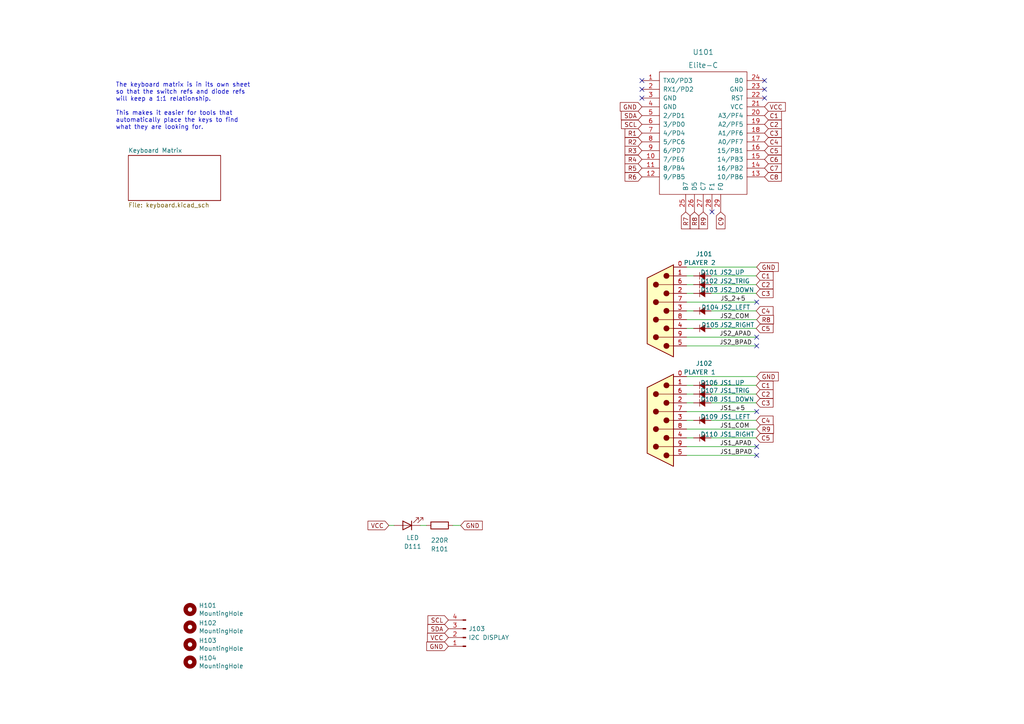
<source format=kicad_sch>
(kicad_sch (version 20211123) (generator eeschema)
  (paper "A4")
  (lib_symbols
    (symbol "Connector:Conn_01x04_Male" (pin_names (offset 1.016) hide)
      (property "Reference" "J" (at 0 5.08 0))
      (property "Value" "Conn_01x04_Male" (at 0 -7.62 0))
      (symbol "Conn_01x04_Male_1_1"
        (polyline (pts (xy 1.27 -5.08) (xy 0.8636 -5.08)) (stroke (width 0.1524)))
        (polyline (pts (xy 1.27 -2.54) (xy 0.8636 -2.54)) (stroke (width 0.1524)))
        (polyline (pts (xy 1.27 0) (xy 0.8636 0)) (stroke (width 0.1524)))
        (polyline (pts (xy 1.27 2.54) (xy 0.8636 2.54)) (stroke (width 0.1524)))
        (rectangle (start 0.8636 -4.953) (end 0 -5.207) (stroke (width 0.1524)) (fill (type outline)))
        (rectangle (start 0.8636 -2.413) (end 0 -2.667) (stroke (width 0.1524)) (fill (type outline)))
        (rectangle (start 0.8636 0.127) (end 0 -0.127) (stroke (width 0.1524)) (fill (type outline)))
        (rectangle (start 0.8636 2.667) (end 0 2.413) (stroke (width 0.1524)) (fill (type outline)))
        (pin passive line (at 5.08 2.54 180) (length 3.81) (name "Pin_1") (number "1"))
        (pin passive line (at 5.08 0 180) (length 3.81) (name "Pin_2") (number "2"))
        (pin passive line (at 5.08 -2.54 180) (length 3.81) (name "Pin_3") (number "3"))
        (pin passive line (at 5.08 -5.08 180) (length 3.81) (name "Pin_4") (number "4"))
      )
    )
    (symbol "Device:LED" (pin_numbers hide) (pin_names (offset 1.016) hide)
      (property "Reference" "D" (at 0 2.54 0))
      (property "Value" "LED" (at 0 -2.54 0))
      (symbol "LED_0_1"
        (polyline (pts (xy -1.27 -1.27) (xy -1.27 1.27)) (stroke (width 0.254)))
        (polyline (pts (xy -1.27 0) (xy 1.27 0)))
        (polyline (pts (xy 1.27 -1.27) (xy 1.27 1.27) (xy -1.27 0) (xy 1.27 -1.27)) (stroke (width 0.254)))
        (polyline (pts (xy -3.048 -0.762) (xy -4.572 -2.286) (xy -3.81 -2.286) (xy -4.572 -2.286) (xy -4.572 -1.524)))
        (polyline (pts (xy -1.778 -0.762) (xy -3.302 -2.286) (xy -2.54 -2.286) (xy -3.302 -2.286) (xy -3.302 -1.524)))
      )
      (symbol "LED_1_1"
        (pin passive line (at -3.81 0 0) (length 2.54) (name "K") (number "1"))
        (pin passive line (at 3.81 0 180) (length 2.54) (name "A") (number "2"))
      )
    )
    (symbol "Device:R" (pin_numbers hide) (pin_names (offset 0))
      (property "Reference" "R" (at 2.032 0 90))
      (property "Value" "R" (at 0 0 90))
      (symbol "R_0_1"
        (rectangle (start -1.016 -2.54) (end 1.016 2.54) (stroke (width 0.254)))
      )
      (symbol "R_1_1"
        (pin passive line (at 0 3.81 270) (length 1.27) (name "~") (number "1"))
        (pin passive line (at 0 -3.81 90) (length 1.27) (name "~") (number "2"))
      )
    )
    (symbol "Mechanical:MountingHole" (pin_names (offset 1.016))
      (property "Reference" "H" (at 0 5.08 0))
      (property "Value" "MountingHole" (at 0 3.175 0))
      (symbol "MountingHole_0_1"
        (circle (center 0 0) (radius 1.27) (stroke (width 1.27)))
      )
    )
    (symbol "atari-keyboard-rescue:D_Small_ALT-Device" (pin_numbers hide) (pin_names (offset 0.254) hide)
      (property "Reference" "D" (at -1.27 2.032 0))
      (property "Value" "D_Small_ALT-Device" (at -3.81 -2.032 0))
      (symbol "D_Small_ALT-Device_0_1"
        (polyline (pts (xy -0.762 -1.016) (xy -0.762 1.016)))
        (polyline (pts (xy -0.762 0) (xy 0.762 0)))
        (polyline (pts (xy 0.762 -1.016) (xy -0.762 0) (xy 0.762 1.016) (xy 0.762 -1.016)) (fill (type outline)))
      )
      (symbol "D_Small_ALT-Device_1_1"
        (pin passive line (at -2.54 0 0) (length 1.778) (name "K") (number "1"))
        (pin passive line (at 2.54 0 180) (length 1.778) (name "A") (number "2"))
      )
    )
    (symbol "jsconnector:DB9_Male" (pin_names (offset 1.016) hide)
      (property "Reference" "J" (at 0 13.97 0))
      (property "Value" "DB9_Male" (at 0 -14.605 0))
      (symbol "DB9_Male_0_1"
        (circle (center -1.778 -10.16) (radius 0.762) (fill (type outline)))
        (circle (center -1.778 -5.08) (radius 0.762) (fill (type outline)))
        (circle (center -1.778 0) (radius 0.762) (fill (type outline)))
        (circle (center -1.778 5.08) (radius 0.762) (fill (type outline)))
        (circle (center -1.778 10.16) (radius 0.762) (fill (type outline)))
        (polyline (pts (xy -3.81 -10.16) (xy -2.54 -10.16)))
        (polyline (pts (xy -3.81 -7.62) (xy 0.508 -7.62)))
        (polyline (pts (xy -3.81 -5.08) (xy -2.54 -5.08)))
        (polyline (pts (xy -3.81 -2.54) (xy 0.508 -2.54)))
        (polyline (pts (xy -3.81 0) (xy -2.54 0)))
        (polyline (pts (xy -3.81 2.54) (xy 0.508 2.54)))
        (polyline (pts (xy -3.81 5.08) (xy -2.54 5.08)))
        (polyline (pts (xy -3.81 7.62) (xy 0.508 7.62)))
        (polyline (pts (xy -3.81 10.16) (xy -2.54 10.16)))
        (polyline (pts (xy -3.81 -13.335) (xy -3.81 13.335) (xy 3.81 9.525) (xy 3.81 -9.525) (xy -3.81 -13.335)) (stroke (width 0.254)) (fill (type background)))
        (circle (center 1.27 -7.62) (radius 0.762) (fill (type outline)))
        (circle (center 1.27 -2.54) (radius 0.762) (fill (type outline)))
        (circle (center 1.27 2.54) (radius 0.762) (fill (type outline)))
        (circle (center 1.27 7.62) (radius 0.762) (fill (type outline)))
      )
      (symbol "DB9_Male_1_1"
        (pin passive line (at -7.62 -12.7 0) (length 3.81) (name "GND") (number "0"))
        (pin passive line (at -7.62 -10.16 0) (length 3.81) (name "1") (number "1"))
        (pin passive line (at -7.62 -5.08 0) (length 3.81) (name "2") (number "2"))
        (pin passive line (at -7.62 0 0) (length 3.81) (name "3") (number "3"))
        (pin passive line (at -7.62 5.08 0) (length 3.81) (name "4") (number "4"))
        (pin passive line (at -7.62 10.16 0) (length 3.81) (name "5") (number "5"))
        (pin passive line (at -7.62 -7.62 0) (length 3.81) (name "6") (number "6"))
        (pin passive line (at -7.62 -2.54 0) (length 3.81) (name "7") (number "7"))
        (pin passive line (at -7.62 2.54 0) (length 3.81) (name "8") (number "8"))
        (pin passive line (at -7.62 7.62 0) (length 3.81) (name "9") (number "9"))
      )
    )
    (symbol "keebio:Elite-C" (pin_names (offset 1.016))
      (property "Reference" "U" (at 0 0 0))
      (property "Value" "Elite-C" (at 0 2.54 0))
      (symbol "Elite-C_0_1"
        (rectangle (start 12.7 -19.05) (end -12.7 16.51))
      )
      (symbol "Elite-C_1_1"
        (pin input line (at -17.78 13.97 0) (length 5.08) (name "TX0/PD3") (number "1"))
        (pin input line (at -17.78 -8.89 0) (length 5.08) (name "7/PE6") (number "10"))
        (pin input line (at -17.78 -11.43 0) (length 5.08) (name "8/PB4") (number "11"))
        (pin input line (at -17.78 -13.97 0) (length 5.08) (name "9/PB5") (number "12"))
        (pin input line (at 17.78 -13.97 180) (length 5.08) (name "10/PB6") (number "13"))
        (pin input line (at 17.78 -11.43 180) (length 5.08) (name "16/PB2") (number "14"))
        (pin input line (at 17.78 -8.89 180) (length 5.08) (name "14/PB3") (number "15"))
        (pin input line (at 17.78 -6.35 180) (length 5.08) (name "15/PB1") (number "16"))
        (pin input line (at 17.78 -3.81 180) (length 5.08) (name "A0/PF7") (number "17"))
        (pin input line (at 17.78 -1.27 180) (length 5.08) (name "A1/PF6") (number "18"))
        (pin input line (at 17.78 1.27 180) (length 5.08) (name "A2/PF5") (number "19"))
        (pin input line (at -17.78 11.43 0) (length 5.08) (name "RX1/PD2") (number "2"))
        (pin input line (at 17.78 3.81 180) (length 5.08) (name "A3/PF4") (number "20"))
        (pin input line (at 17.78 6.35 180) (length 5.08) (name "VCC") (number "21"))
        (pin input line (at 17.78 8.89 180) (length 5.08) (name "RST") (number "22"))
        (pin input line (at 17.78 11.43 180) (length 5.08) (name "GND") (number "23"))
        (pin input line (at 17.78 13.97 180) (length 5.08) (name "B0") (number "24"))
        (pin input line (at -5.08 -24.13 90) (length 5.08) (name "B7") (number "25"))
        (pin input line (at -2.54 -24.13 90) (length 5.08) (name "D5") (number "26"))
        (pin input line (at 0 -24.13 90) (length 5.08) (name "C7") (number "27"))
        (pin input line (at 2.54 -24.13 90) (length 5.08) (name "F1") (number "28"))
        (pin input line (at 5.08 -24.13 90) (length 5.08) (name "F0") (number "29"))
        (pin input line (at -17.78 8.89 0) (length 5.08) (name "GND") (number "3"))
        (pin input line (at -17.78 6.35 0) (length 5.08) (name "GND") (number "4"))
        (pin input line (at -17.78 3.81 0) (length 5.08) (name "2/PD1") (number "5"))
        (pin input line (at -17.78 1.27 0) (length 5.08) (name "3/PD0") (number "6"))
        (pin input line (at -17.78 -1.27 0) (length 5.08) (name "4/PD4") (number "7"))
        (pin input line (at -17.78 -3.81 0) (length 5.08) (name "5/PC6") (number "8"))
        (pin input line (at -17.78 -6.35 0) (length 5.08) (name "6/PD7") (number "9"))
      )
    )
  )
  (no_connect (at 219.456 132.08))
  (no_connect (at 219.456 129.54))
  (no_connect (at 206.502 61.468))
  (no_connect (at 221.742 25.908))
  (no_connect (at 221.742 28.448))
  (no_connect (at 221.742 23.368))
  (no_connect (at 186.182 23.368))
  (no_connect (at 186.182 25.908))
  (no_connect (at 186.182 28.448))
  (no_connect (at 219.456 119.38))
  (no_connect (at 219.456 100.33))
  (no_connect (at 219.456 97.79))
  (no_connect (at 219.456 87.63))
  (wire (pts (xy 206.248 114.3) (xy 219.329 114.3)))
  (wire (pts (xy 199.136 111.76) (xy 201.168 111.76)))
  (wire (pts (xy 199.136 100.33) (xy 219.456 100.33)))
  (wire (pts (xy 206.248 121.92) (xy 219.329 121.92)))
  (wire (pts (xy 199.136 85.09) (xy 201.168 85.09)))
  (wire (pts (xy 199.136 90.17) (xy 201.168 90.17)))
  (wire (pts (xy 199.136 116.84) (xy 201.168 116.84)))
  (wire (pts (xy 206.248 111.76) (xy 219.329 111.76)))
  (wire (pts (xy 199.136 97.79) (xy 219.456 97.79)))
  (wire (pts (xy 199.136 92.71) (xy 219.456 92.71)))
  (wire (pts (xy 199.136 80.01) (xy 201.168 80.01)))
  (wire (pts (xy 199.136 132.08) (xy 219.456 132.08)))
  (wire (pts (xy 114.3 152.4) (xy 112.776 152.4)))
  (wire (pts (xy 199.136 87.63) (xy 219.456 87.63)))
  (wire (pts (xy 206.248 85.09) (xy 219.329 85.09)))
  (wire (pts (xy 206.248 80.01) (xy 219.329 80.01)))
  (wire (pts (xy 199.136 127) (xy 201.168 127)))
  (wire (pts (xy 199.136 124.46) (xy 219.456 124.46)))
  (wire (pts (xy 206.248 90.17) (xy 219.329 90.17)))
  (wire (pts (xy 199.136 82.55) (xy 201.168 82.55)))
  (wire (pts (xy 199.136 77.47) (xy 219.456 77.47)))
  (wire (pts (xy 199.136 121.92) (xy 201.168 121.92)))
  (wire (pts (xy 199.136 95.25) (xy 201.168 95.25)))
  (wire (pts (xy 206.248 82.55) (xy 219.329 82.55)))
  (wire (pts (xy 199.136 129.54) (xy 219.456 129.54)))
  (wire (pts (xy 199.136 109.22) (xy 219.456 109.22)))
  (wire (pts (xy 123.698 152.4) (xy 121.92 152.4)))
  (wire (pts (xy 206.248 95.25) (xy 219.329 95.25)))
  (wire (pts (xy 199.136 119.38) (xy 219.456 119.38)))
  (wire (pts (xy 133.604 152.4) (xy 131.318 152.4)))
  (wire (pts (xy 199.136 114.3) (xy 201.168 114.3)))
  (wire (pts (xy 206.248 116.84) (xy 219.329 116.84)))
  (wire (pts (xy 206.248 127) (xy 219.329 127)))
  (text "The keyboard matrix is in its own sheet\nso that the switch refs and diode refs\nwill keep a 1:1 relationship.\n\nThis makes it easier for tools that\nautomatically place the keys to find \nwhat they are looking for." (at 33.528 37.719 0) (effects (font (size 1.27 1.27)) (justify left bottom)))
  (label "JS1_APAD" (at 208.788 129.54 0))
  (label "JS2_APAD" (at 208.661 97.79 0))
  (label "JS2_BPAD" (at 208.661 100.33 0))
  (label "JS1_COM" (at 208.788 124.46 0))
  (label "JS_2+5" (at 208.915 87.63 0))
  (label "JS2_COM" (at 208.788 92.71 0))
  (label "JS1_+5" (at 208.788 119.38 0))
  (label "JS1_BPAD" (at 208.788 132.08 0))
  (global_label "R5" (shape input) (at 186.182 48.768 180) (property "Intersheet References" "${INTERSHEET_REFS}" (effects hide)))
  (global_label "C3" (shape input) (at 219.329 85.09 0) (property "Intersheet References" "${INTERSHEET_REFS}" (effects hide)))
  (global_label "R8" (shape input) (at 219.456 92.71 0) (property "Intersheet References" "${INTERSHEET_REFS}" (effects hide)))
  (global_label "C3" (shape input) (at 219.329 116.84 0) (property "Intersheet References" "${INTERSHEET_REFS}" (effects hide)))
  (global_label "GND" (shape input) (at 130.048 187.452 180) (property "Intersheet References" "${INTERSHEET_REFS}" (effects hide)))
  (global_label "SCL" (shape input) (at 130.048 179.832 180) (property "Intersheet References" "${INTERSHEET_REFS}" (effects hide)))
  (global_label "C9" (shape input) (at 209.042 61.468 270) (property "Intersheet References" "${INTERSHEET_REFS}" (effects hide)))
  (global_label "VCC" (shape input) (at 221.742 30.988 0) (property "Intersheet References" "${INTERSHEET_REFS}" (effects hide)))
  (global_label "R1" (shape input) (at 186.182 38.608 180) (property "Intersheet References" "${INTERSHEET_REFS}" (effects hide)))
  (global_label "R9" (shape input) (at 203.962 61.468 270) (property "Intersheet References" "${INTERSHEET_REFS}" (effects hide)))
  (global_label "C4" (shape input) (at 221.742 41.148 0) (property "Intersheet References" "${INTERSHEET_REFS}" (effects hide)))
  (global_label "R4" (shape input) (at 186.182 46.228 180) (property "Intersheet References" "${INTERSHEET_REFS}" (effects hide)))
  (global_label "C5" (shape input) (at 219.329 95.25 0) (property "Intersheet References" "${INTERSHEET_REFS}" (effects hide)))
  (global_label "SDA" (shape input) (at 186.182 33.528 180) (property "Intersheet References" "${INTERSHEET_REFS}" (effects hide)))
  (global_label "R9" (shape input) (at 219.456 124.46 0) (property "Intersheet References" "${INTERSHEET_REFS}" (effects hide)))
  (global_label "C6" (shape input) (at 221.742 46.228 0) (property "Intersheet References" "${INTERSHEET_REFS}" (effects hide)))
  (global_label "C4" (shape input) (at 219.329 90.17 0) (property "Intersheet References" "${INTERSHEET_REFS}" (effects hide)))
  (global_label "GND" (shape input) (at 219.456 109.22 0) (property "Intersheet References" "${INTERSHEET_REFS}" (effects hide)))
  (global_label "SCL" (shape input) (at 186.182 36.068 180) (property "Intersheet References" "${INTERSHEET_REFS}" (effects hide)))
  (global_label "R7" (shape input) (at 198.882 61.468 270) (property "Intersheet References" "${INTERSHEET_REFS}" (effects hide)))
  (global_label "C2" (shape input) (at 219.329 82.55 0) (property "Intersheet References" "${INTERSHEET_REFS}" (effects hide)))
  (global_label "C7" (shape input) (at 221.742 48.768 0) (property "Intersheet References" "${INTERSHEET_REFS}" (effects hide)))
  (global_label "C1" (shape input) (at 219.329 80.01 0) (property "Intersheet References" "${INTERSHEET_REFS}" (effects hide)))
  (global_label "R6" (shape input) (at 186.182 51.308 180) (property "Intersheet References" "${INTERSHEET_REFS}" (effects hide)))
  (global_label "C2" (shape input) (at 221.742 36.068 0) (property "Intersheet References" "${INTERSHEET_REFS}" (effects hide)))
  (global_label "R3" (shape input) (at 186.182 43.688 180) (property "Intersheet References" "${INTERSHEET_REFS}" (effects hide)))
  (global_label "R8" (shape input) (at 201.422 61.468 270) (property "Intersheet References" "${INTERSHEET_REFS}" (effects hide)))
  (global_label "VCC" (shape input) (at 130.048 184.912 180) (property "Intersheet References" "${INTERSHEET_REFS}" (effects hide)))
  (global_label "R2" (shape input) (at 186.182 41.148 180) (property "Intersheet References" "${INTERSHEET_REFS}" (effects hide)))
  (global_label "C3" (shape input) (at 221.742 38.608 0) (property "Intersheet References" "${INTERSHEET_REFS}" (effects hide)))
  (global_label "C1" (shape input) (at 221.742 33.528 0) (property "Intersheet References" "${INTERSHEET_REFS}" (effects hide)))
  (global_label "C5" (shape input) (at 219.329 127 0) (property "Intersheet References" "${INTERSHEET_REFS}" (effects hide)))
  (global_label "GND" (shape input) (at 186.182 30.988 180) (property "Intersheet References" "${INTERSHEET_REFS}" (effects hide)))
  (global_label "SDA" (shape input) (at 130.048 182.372 180) (property "Intersheet References" "${INTERSHEET_REFS}" (effects hide)))
  (global_label "C1" (shape input) (at 219.329 111.76 0) (property "Intersheet References" "${INTERSHEET_REFS}" (effects hide)))
  (global_label "C2" (shape input) (at 219.329 114.3 0) (property "Intersheet References" "${INTERSHEET_REFS}" (effects hide)))
  (global_label "C4" (shape input) (at 219.329 121.92 0) (property "Intersheet References" "${INTERSHEET_REFS}" (effects hide)))
  (global_label "C5" (shape input) (at 221.742 43.688 0) (property "Intersheet References" "${INTERSHEET_REFS}" (effects hide)))
  (global_label "GND" (shape input) (at 219.456 77.47 0) (property "Intersheet References" "${INTERSHEET_REFS}" (effects hide)))
  (global_label "GND" (shape input) (at 133.604 152.4 0) (property "Intersheet References" "${INTERSHEET_REFS}" (effects hide)))
  (global_label "VCC" (shape input) (at 112.776 152.4 180) (property "Intersheet References" "${INTERSHEET_REFS}" (effects hide)))
  (global_label "C8" (shape input) (at 221.742 51.308 0) (property "Intersheet References" "${INTERSHEET_REFS}" (effects hide)))
  (symbol (lib_id "Mechanical:MountingHole") (at 55.118 176.784 0) (unit 1)
    (property "Reference" "H101" (at 57.658 175.6156 0) (effects (justify left)))
    (property "Value" "MountingHole" (at 57.658 177.927 0) (effects (justify left)))
    (property "Footprint" "MountingHole:MountingHole_3.2mm_M3" (effects hide))
  )
  (symbol (lib_id "Mechanical:MountingHole") (at 55.118 181.864 0) (unit 1)
    (property "Reference" "H102" (at 57.658 180.6956 0) (effects (justify left)))
    (property "Value" "MountingHole" (at 57.658 183.007 0) (effects (justify left)))
    (property "Footprint" "MountingHole:MountingHole_3.2mm_M3" (effects hide))
  )
  (symbol (lib_id "Mechanical:MountingHole") (at 55.118 186.944 0) (unit 1)
    (property "Reference" "H103" (at 57.658 185.7756 0) (effects (justify left)))
    (property "Value" "MountingHole" (at 57.658 188.087 0) (effects (justify left)))
    (property "Footprint" "MountingHole:MountingHole_3.2mm_M3" (effects hide))
  )
  (symbol (lib_id "Mechanical:MountingHole") (at 55.118 192.024 0) (unit 1)
    (property "Reference" "H104" (at 57.658 190.8556 0) (effects (justify left)))
    (property "Value" "MountingHole" (at 57.658 193.167 0) (effects (justify left)))
    (property "Footprint" "MountingHole:MountingHole_3.2mm_M3" (effects hide))
  )
  (symbol (lib_id "jsconnector:DB9_Male") (at 191.516 121.92 180) (unit 1)
    (property "Reference" "J102" (at 204.216 105.41 0))
    (property "Value" "PLAYER 1" (at 202.946 107.95 0))
    (property "Footprint" "Connector_Dsub:DSUB-9_Male_Horizontal_P2.77x2.84mm_EdgePinOffset9.90mm_Housed_MountingHolesOffset11.32mm" (effects hide))
    (property "Datasheet" " ~" (effects hide))
  )
  (symbol (lib_id "atari-keyboard-rescue:D_Small_ALT-Device") (at 203.708 80.01 0) (unit 1)
    (property "Reference" "D101" (at 208.28 78.994 0) (effects (justify right)))
    (property "Value" "JS2_UP" (at 208.788 78.994 0) (effects (justify left)))
    (property "Footprint" "keebio:Diode-dual" (effects hide))
  )
  (symbol (lib_id "atari-keyboard-rescue:D_Small_ALT-Device") (at 203.708 114.3 0) (unit 1)
    (property "Reference" "D107" (at 208.28 113.284 0) (effects (justify right)))
    (property "Value" "JS1_TRIG" (at 208.788 113.284 0) (effects (justify left)))
    (property "Footprint" "keebio:Diode-dual" (effects hide))
  )
  (symbol (lib_id "atari-keyboard-rescue:D_Small_ALT-Device") (at 203.708 116.84 0) (unit 1)
    (property "Reference" "D108" (at 208.28 115.824 0) (effects (justify right)))
    (property "Value" "JS1_DOWN" (at 208.788 115.824 0) (effects (justify left)))
    (property "Footprint" "keebio:Diode-dual" (effects hide))
  )
  (symbol (lib_id "atari-keyboard-rescue:D_Small_ALT-Device") (at 203.708 121.92 0) (unit 1)
    (property "Reference" "D109" (at 208.28 120.904 0) (effects (justify right)))
    (property "Value" "JS1_LEFT" (at 208.788 120.904 0) (effects (justify left)))
    (property "Footprint" "keebio:Diode-dual" (effects hide))
  )
  (symbol (lib_id "atari-keyboard-rescue:D_Small_ALT-Device") (at 203.708 127 0) (unit 1)
    (property "Reference" "D110" (at 208.28 125.984 0) (effects (justify right)))
    (property "Value" "JS1_RIGHT" (at 208.788 125.984 0) (effects (justify left)))
    (property "Footprint" "keebio:Diode-dual" (effects hide))
  )
  (symbol (lib_id "jsconnector:DB9_Male") (at 191.516 90.17 180) (unit 1)
    (property "Reference" "J101" (at 204.216 73.66 0))
    (property "Value" "PLAYER 2" (at 202.946 76.2 0))
    (property "Footprint" "Connector_Dsub:DSUB-9_Male_Horizontal_P2.77x2.84mm_EdgePinOffset9.90mm_Housed_MountingHolesOffset11.32mm" (effects hide))
    (property "Datasheet" " ~" (effects hide))
  )
  (symbol (lib_id "atari-keyboard-rescue:D_Small_ALT-Device") (at 203.708 111.76 0) (unit 1)
    (property "Reference" "D106" (at 208.28 110.998 0) (effects (justify right)))
    (property "Value" "JS1_UP" (at 208.788 110.998 0) (effects (justify left)))
    (property "Footprint" "keebio:Diode-dual" (effects hide))
  )
  (symbol (lib_id "atari-keyboard-rescue:D_Small_ALT-Device") (at 203.708 82.55 0) (unit 1)
    (property "Reference" "D102" (at 208.28 81.534 0) (effects (justify right)))
    (property "Value" "JS2_TRIG" (at 208.788 81.534 0) (effects (justify left)))
    (property "Footprint" "keebio:Diode-dual" (effects hide))
  )
  (symbol (lib_id "atari-keyboard-rescue:D_Small_ALT-Device") (at 203.708 85.09 0) (unit 1)
    (property "Reference" "D103" (at 208.28 84.074 0) (effects (justify right)))
    (property "Value" "JS2_DOWN" (at 208.788 84.074 0) (effects (justify left)))
    (property "Footprint" "keebio:Diode-dual" (effects hide))
  )
  (symbol (lib_id "atari-keyboard-rescue:D_Small_ALT-Device") (at 203.708 90.17 0) (unit 1)
    (property "Reference" "D104" (at 208.534 89.154 0) (effects (justify right)))
    (property "Value" "JS2_LEFT" (at 208.788 89.154 0) (effects (justify left)))
    (property "Footprint" "keebio:Diode-dual" (effects hide))
  )
  (symbol (lib_id "atari-keyboard-rescue:D_Small_ALT-Device") (at 203.708 95.25 0) (unit 1)
    (property "Reference" "D105" (at 208.534 94.234 0) (effects (justify right)))
    (property "Value" "JS2_RIGHT" (at 208.788 94.234 0) (effects (justify left)))
    (property "Footprint" "keebio:Diode-dual" (effects hide))
  )
  (symbol (lib_id "Device:LED") (at 118.11 152.4 180) (unit 1)
    (property "Reference" "D111" (at 119.6975 158.496 0))
    (property "Value" "LED" (at 119.6975 155.956 0))
    (property "Footprint" "LED_THT:LED_D3.0mm" (effects hide))
  )
  (symbol (lib_id "Device:R") (at 127.508 152.4 270) (unit 1)
    (property "Reference" "R101" (at 127.508 159.258 90))
    (property "Value" "220R" (at 127.508 156.718 90))
    (property "Footprint" "keebio:Resistor-Hybrid" (effects hide))
  )
  (symbol (lib_id "keebio:Elite-C") (at 203.962 37.338 0) (unit 1)
    (property "Reference" "U101" (at 203.962 15.113 0) (effects (font (size 1.524 1.524))))
    (property "Value" "Elite-C" (at 203.962 18.923 0) (effects (font (size 1.524 1.524))))
    (property "Footprint" "keebio:Elite-C-castellated-29pin-holes" (effects hide))
  )
  (symbol (lib_id "Connector:Conn_01x04_Male") (at 135.128 184.912 180) (unit 1)
    (property "Reference" "J103" (at 135.89 182.3719 0) (effects (justify right)))
    (property "Value" "I2C DISPLAY" (at 135.89 184.9119 0) (effects (justify right)))
    (property "Footprint" "Connector_PinHeader_2.54mm:PinHeader_1x04_P2.54mm_Horizontal" (effects hide))
  )
  (sheet (at 37.211 45.085) (size 26.797 13.081) (stroke (width 0.1524))
    (property "Sheet name" "Keyboard Matrix" (at 37.211 44.3734 0) (effects (justify left bottom)))
    (property "Sheet file" "keyboard.kicad_sch" (at 37.211 58.7506 0) (effects (justify left top)))
  )
)
</source>
